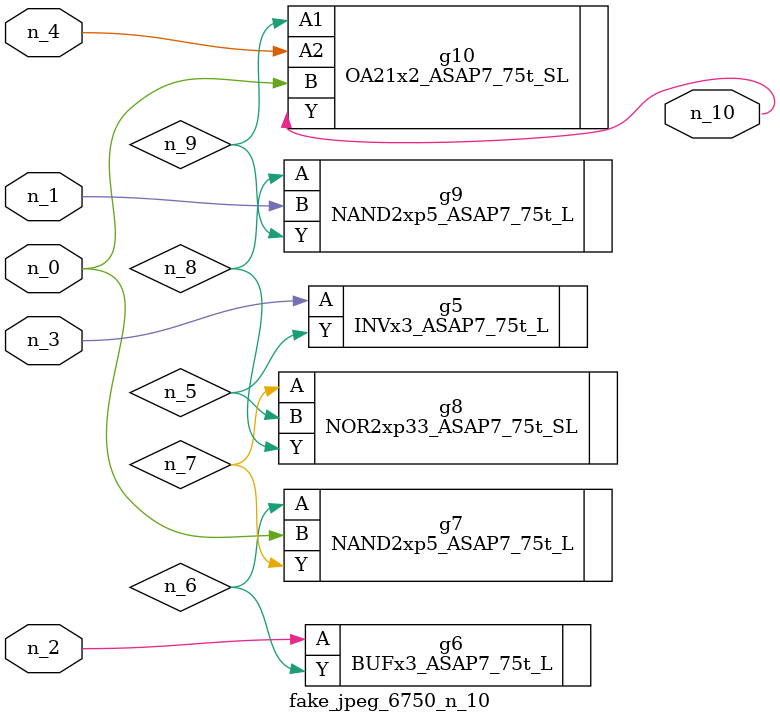
<source format=v>
module fake_jpeg_6750_n_10 (n_3, n_2, n_1, n_0, n_4, n_10);

input n_3;
input n_2;
input n_1;
input n_0;
input n_4;

output n_10;

wire n_8;
wire n_9;
wire n_6;
wire n_5;
wire n_7;

INVx3_ASAP7_75t_L g5 ( 
.A(n_3),
.Y(n_5)
);

BUFx3_ASAP7_75t_L g6 ( 
.A(n_2),
.Y(n_6)
);

NAND2xp5_ASAP7_75t_L g7 ( 
.A(n_6),
.B(n_0),
.Y(n_7)
);

NOR2xp33_ASAP7_75t_SL g8 ( 
.A(n_7),
.B(n_5),
.Y(n_8)
);

NAND2xp5_ASAP7_75t_L g9 ( 
.A(n_8),
.B(n_1),
.Y(n_9)
);

OA21x2_ASAP7_75t_SL g10 ( 
.A1(n_9),
.A2(n_4),
.B(n_0),
.Y(n_10)
);


endmodule
</source>
